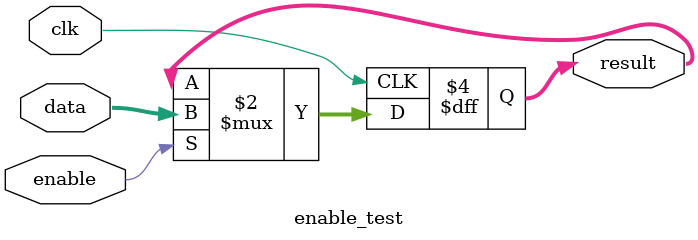
<source format=sv>
module enable_test 
    #(
        parameter int WIDTH = 8
    ) (
    input  logic        clk, enable,
    input  logic [WIDTH-1:0]  data,
    output logic [WIDTH-1:0]  result
);

    always @(posedge clk)
      if (enable)
	result <= data;
   
endmodule

</source>
